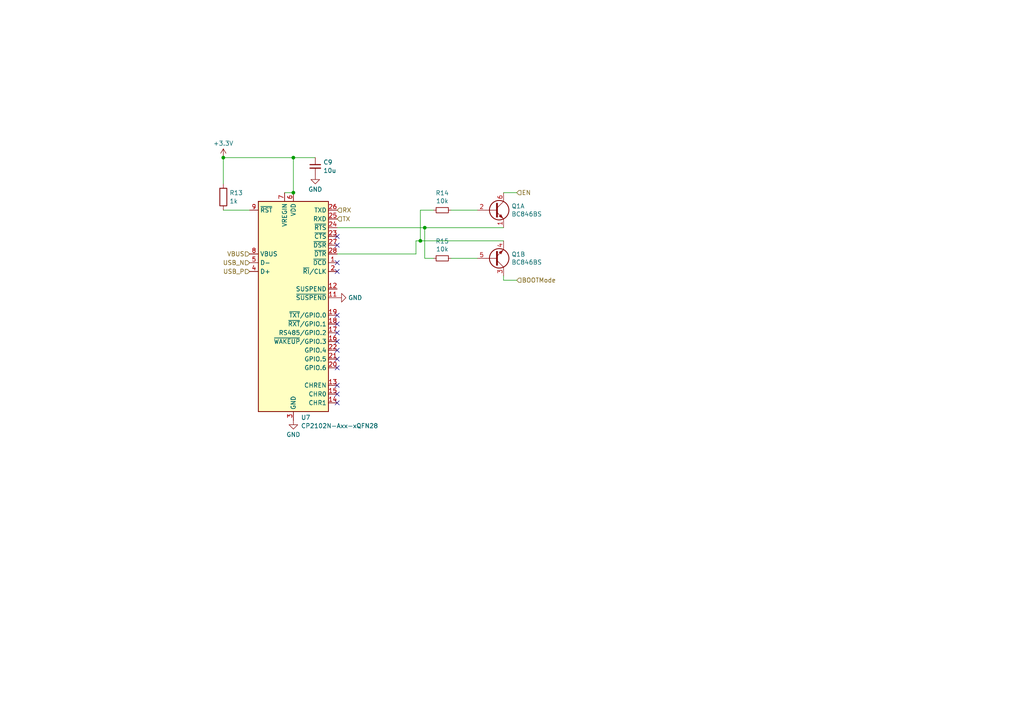
<source format=kicad_sch>
(kicad_sch (version 20250114) (generator "eeschema") (generator_version "9.0")
  (paper "A4")
  (lib_symbols
    (symbol "Device:C_Small" (pin_numbers (hide yes)) (pin_names (offset 0.254) (hide yes))
      (property "Reference" "C" (at 0.254 1.778 0))
      (property "Value" "C_Small" (at 0.254 -2.032 0))
      (symbol "C_Small_0_1"
        (polyline (pts (xy -1.524 0.508) (xy 1.524 0.508)) (stroke (width 0.3048)))
        (polyline (pts (xy -1.524 -0.508) (xy 1.524 -0.508)) (stroke (width 0.3302)))
      )
      (symbol "C_Small_1_1"
        (pin passive line (at 0 2.54 270) (length 2.032) (name "~") (number "1"))
        (pin passive line (at 0 -2.54 90) (length 2.032) (name "~") (number "2"))
      )
    )
    (symbol "Device:R" (pin_numbers (hide yes)) (pin_names (offset 0))
      (property "Reference" "R" (at 2.032 0 90))
      (property "Value" "R" (at 0 0 90))
      (symbol "R_0_1"
        (rectangle (start -1.016 -2.54) (end 1.016 2.54) (stroke (width 0.254)))
      )
      (symbol "R_1_1"
        (pin passive line (at 0 3.81 270) (length 1.27) (name "~") (number "1"))
        (pin passive line (at 0 -3.81 90) (length 1.27) (name "~") (number "2"))
      )
    )
    (symbol "Device:R_Small" (pin_numbers (hide yes)) (pin_names (offset 0.254) (hide yes))
      (property "Reference" "R" (at 0.762 0.508 0))
      (property "Value" "R_Small" (at 0.762 -1.016 0))
      (symbol "R_Small_0_1"
        (rectangle (start -0.762 1.778) (end 0.762 -1.778) (stroke (width 0.2032)))
      )
      (symbol "R_Small_1_1"
        (pin passive line (at 0 2.54 270) (length 0.762) (name "~") (number "1"))
        (pin passive line (at 0 -2.54 90) (length 0.762) (name "~") (number "2"))
      )
    )
    (symbol "Interface_USB:CP2102N-Axx-xQFN28"
      (property "Reference" "U" (at -8.89 31.75 0))
      (property "Value" "CP2102N-Axx-xQFN28" (at 12.7 31.75 0))
      (symbol "CP2102N-Axx-xQFN28_0_1"
        (rectangle (start -10.16 30.48) (end 10.16 -30.48) (stroke (width 0.254)) (fill (type background)))
      )
      (symbol "CP2102N-Axx-xQFN28_1_1"
        (pin input line (at -12.7 27.94 0) (length 2.54) (name "~{RST}") (number "9"))
        (pin input line (at -12.7 15.24 0) (length 2.54) (name "VBUS") (number "8"))
        (pin bidirectional line (at -12.7 12.7 0) (length 2.54) (name "D-") (number "5"))
        (pin bidirectional line (at -12.7 10.16 0) (length 2.54) (name "D+") (number "4"))
        (pin no_connect line (at -10.16 -27.94 0) (length 2.54) (hide yes) (name "NC") (number "10"))
        (pin power_in line (at -2.54 33.02 270) (length 2.54) (name "VREGIN") (number "7"))
        (pin power_in line (at 0 33.02 270) (length 2.54) (name "VDD") (number "6"))
        (pin passive line (at 0 -33.02 90) (length 2.54) (hide yes) (name "GND") (number "29"))
        (pin power_in line (at 0 -33.02 90) (length 2.54) (name "GND") (number "3"))
        (pin output line (at 12.7 27.94 180) (length 2.54) (name "TXD") (number "26"))
        (pin input line (at 12.7 25.4 180) (length 2.54) (name "RXD") (number "25"))
        (pin output line (at 12.7 22.86 180) (length 2.54) (name "~{RTS}") (number "24"))
        (pin input line (at 12.7 20.32 180) (length 2.54) (name "~{CTS}") (number "23"))
        (pin input line (at 12.7 17.78 180) (length 2.54) (name "~{DSR}") (number "27"))
        (pin output line (at 12.7 15.24 180) (length 2.54) (name "~{DTR}") (number "28"))
        (pin input line (at 12.7 12.7 180) (length 2.54) (name "~{DCD}") (number "1"))
        (pin bidirectional line (at 12.7 10.16 180) (length 2.54) (name "~{RI}/CLK") (number "2"))
        (pin output line (at 12.7 5.08 180) (length 2.54) (name "SUSPEND") (number "12"))
        (pin output line (at 12.7 2.54 180) (length 2.54) (name "~{SUSPEND}") (number "11"))
        (pin bidirectional line (at 12.7 -2.54 180) (length 2.54) (name "~{TXT}/GPIO.0") (number "19"))
        (pin bidirectional line (at 12.7 -5.08 180) (length 2.54) (name "~{RXT}/GPIO.1") (number "18"))
        (pin bidirectional line (at 12.7 -7.62 180) (length 2.54) (name "RS485/GPIO.2") (number "17"))
        (pin bidirectional line (at 12.7 -10.16 180) (length 2.54) (name "~{WAKEUP}/GPIO.3") (number "16"))
        (pin bidirectional line (at 12.7 -12.7 180) (length 2.54) (name "GPIO.4") (number "22"))
        (pin bidirectional line (at 12.7 -15.24 180) (length 2.54) (name "GPIO.5") (number "21"))
        (pin bidirectional line (at 12.7 -17.78 180) (length 2.54) (name "GPIO.6") (number "20"))
        (pin output line (at 12.7 -22.86 180) (length 2.54) (name "CHREN") (number "13"))
        (pin output line (at 12.7 -25.4 180) (length 2.54) (name "CHR0") (number "15"))
        (pin output line (at 12.7 -27.94 180) (length 2.54) (name "CHR1") (number "14"))
      )
    )
    (symbol "Transistor_BJT:BC846BS" (pin_names (offset 0) (hide yes))
      (property "Reference" "Q" (at 5.08 1.27 0))
      (property "Value" "BC846BS" (at 5.08 -1.27 0))
      (symbol "BC846BS_0_1"
        (polyline (pts (xy 0.635 1.905) (xy 0.635 -1.905) (xy 0.635 -1.905)) (stroke (width 0.508)))
        (polyline (pts (xy 0.635 0.635) (xy 2.54 2.54)))
        (polyline (pts (xy 0.635 0) (xy -2.54 0)))
        (polyline (pts (xy 0.635 -0.635) (xy 2.54 -2.54) (xy 2.54 -2.54)))
        (circle (center 1.27 0) (radius 2.8194) (stroke (width 0.254)))
        (polyline (pts (xy 1.27 -1.778) (xy 1.778 -1.27) (xy 2.286 -2.286) (xy 1.27 -1.778) (xy 1.27 -1.778)) (fill (type outline)))
      )
      (symbol "BC846BS_1_1"
        (pin input line (at -5.08 0 0) (length 2.54) (name "B1") (number "2"))
        (pin passive line (at 2.54 5.08 270) (length 2.54) (name "C1") (number "6"))
        (pin passive line (at 2.54 -5.08 90) (length 2.54) (name "E1") (number "1"))
      )
      (symbol "BC846BS_2_1"
        (pin input line (at -5.08 0 0) (length 2.54) (name "B2") (number "5"))
        (pin passive line (at 2.54 5.08 270) (length 2.54) (name "C2") (number "3"))
        (pin passive line (at 2.54 -5.08 90) (length 2.54) (name "E2") (number "4"))
      )
    )
    (symbol "power:+3.3V" (power) (pin_numbers (hide yes)) (pin_names (offset 0) (hide yes))
      (property "Value" "+3.3V" (at 0 3.556 0))
      (symbol "+3.3V_0_1"
        (polyline (pts (xy -0.762 1.27) (xy 0 2.54)))
        (polyline (pts (xy 0 2.54) (xy 0.762 1.27)))
        (polyline (pts (xy 0 0) (xy 0 2.54)))
      )
      (symbol "+3.3V_1_1"
        (pin power_in line (at 0 0 90) (length 0) (name "~") (number "1"))
      )
    )
    (symbol "power:GND" (power) (pin_numbers (hide yes)) (pin_names (offset 0) (hide yes))
      (property "Value" "GND" (at 0 -3.81 0))
      (symbol "GND_0_1"
        (polyline (pts (xy 0 0) (xy 0 -1.27) (xy 1.27 -1.27) (xy 0 -2.54) (xy -1.27 -1.27) (xy 0 -1.27)))
      )
      (symbol "GND_1_1"
        (pin power_in line (at 0 0 270) (length 0) (name "~") (number "1"))
      )
    )
  )
  (junction (at 121.92 69.85))
  (junction (at 85.09 45.72))
  (junction (at 64.77 45.72))
  (junction (at 85.09 55.88))
  (junction (at 123.19 66.04))
  (no_connect (at 97.79 106.68))
  (no_connect (at 97.79 71.12))
  (no_connect (at 97.79 91.44))
  (no_connect (at 97.79 99.06))
  (no_connect (at 97.79 101.6))
  (no_connect (at 97.79 78.74))
  (no_connect (at 97.79 116.84))
  (no_connect (at 97.79 93.98))
  (no_connect (at 97.79 96.52))
  (no_connect (at 97.79 68.58))
  (no_connect (at 97.79 111.76))
  (no_connect (at 97.79 114.3))
  (no_connect (at 97.79 76.2))
  (no_connect (at 97.79 104.14))
  (wire (pts (xy 120.65 69.85) (xy 120.65 73.66)))
  (wire (pts (xy 82.55 55.88) (xy 85.09 55.88)))
  (wire (pts (xy 149.86 55.88) (xy 146.05 55.88)))
  (wire (pts (xy 146.05 66.04) (xy 123.19 66.04)))
  (wire (pts (xy 85.09 45.72) (xy 85.09 55.88)))
  (wire (pts (xy 149.86 81.28) (xy 146.05 81.28)))
  (wire (pts (xy 138.43 60.96) (xy 130.81 60.96)))
  (wire (pts (xy 91.44 45.72) (xy 85.09 45.72)))
  (wire (pts (xy 146.05 69.85) (xy 121.92 69.85)))
  (wire (pts (xy 123.19 66.04) (xy 123.19 74.93)))
  (wire (pts (xy 64.77 60.96) (xy 72.39 60.96)))
  (wire (pts (xy 64.77 45.72) (xy 85.09 45.72)))
  (wire (pts (xy 97.79 66.04) (xy 123.19 66.04)))
  (wire (pts (xy 120.65 69.85) (xy 121.92 69.85)))
  (wire (pts (xy 97.79 73.66) (xy 120.65 73.66)))
  (wire (pts (xy 121.92 60.96) (xy 125.73 60.96)))
  (wire (pts (xy 146.05 81.28) (xy 146.05 80.01)))
  (wire (pts (xy 64.77 53.34) (xy 64.77 45.72)))
  (wire (pts (xy 121.92 69.85) (xy 121.92 60.96)))
  (wire (pts (xy 138.43 74.93) (xy 130.81 74.93)))
  (wire (pts (xy 123.19 74.93) (xy 125.73 74.93)))
  (hierarchical_label "BOOTMode" (shape input) (at 149.86 81.28 0))
  (hierarchical_label "EN" (shape input) (at 149.86 55.88 0))
  (hierarchical_label "USB_N" (shape input) (at 72.39 76.2 180))
  (hierarchical_label "USB_P" (shape input) (at 72.39 78.74 180))
  (hierarchical_label "RX" (shape input) (at 97.79 60.96 0))
  (hierarchical_label "TX" (shape input) (at 97.79 63.5 0))
  (hierarchical_label "VBUS" (shape input) (at 72.39 73.66 180))
  (symbol (lib_id "Device:C_Small") (at 91.44 48.26 0) (unit 1)
    (property "Reference" "C9" (at 93.7641 47.0541 0) (effects (justify left)))
    (property "Value" "10u" (at 93.7641 49.4784 0) (effects (justify left)))
    (property "Footprint" "Capacitor_SMD:C_0603_1608Metric" (effects (hide yes)))
    (property "Description" "Unpolarized capacitor, small symbol" (effects (hide yes)))
  )
  (symbol (lib_id "Transistor_BJT:BC846BS") (at 143.51 60.96 0) (unit 1)
    (property "Reference" "Q1" (at 148.336 59.7916 0) (effects (justify left)))
    (property "Value" "BC846BS" (at 148.336 62.103 0) (effects (justify left)))
    (property "Footprint" "Package_TO_SOT_SMD:SOT-363_SC-70-6" (effects (hide yes)))
    (property "Datasheet" "https://assets.nexperia.com/documents/data-sheet/BC846BS.pdf" (effects (hide yes)))
  )
  (symbol (lib_id "power:GND") (at 91.44 50.8 0) (unit 1)
    (property "Reference" "#PWR041" (effects (hide yes)))
    (property "Value" "GND" (at 91.44 54.9331 0))
    (property "Description" "Power symbol creates a global label with name \"GND\" , ground" (effects (hide yes)))
  )
  (symbol (lib_id "power:+3.3V") (at 64.77 45.72 0) (unit 1)
    (property "Reference" "#PWR039" (effects (hide yes)))
    (property "Value" "+3.3V" (at 64.77 41.5869 0))
    (property "Description" "Power symbol creates a global label with name \"+3.3V\"" (effects (hide yes)))
  )
  (symbol (lib_id "Device:R_Small") (at 128.27 60.96 270) (unit 1)
    (property "Reference" "R14" (at 128.27 55.9816 90))
    (property "Value" "10k" (at 128.27 58.293 90))
    (property "Footprint" "Resistor_SMD:R_0603_1608Metric" (effects (hide yes)))
  )
  (symbol (lib_id "Interface_USB:CP2102N-Axx-xQFN28") (at 85.09 88.9 0) (unit 1)
    (property "Reference" "U7" (at 87.2841 121.1001 0) (effects (justify left)))
    (property "Value" "CP2102N-Axx-xQFN28" (at 87.2841 123.5244 0) (effects (justify left)))
    (property "Footprint" "Package_DFN_QFN:QFN-28-1EP_5x5mm_P0.5mm_EP3.35x3.35mm" (effects (hide yes)))
    (property "Datasheet" "https://www.silabs.com/documents/public/data-sheets/cp2102n-datasheet.pdf" (effects (hide yes)))
    (property "Description" "USB to UART master bridge, QFN-28" (effects (hide yes)))
  )
  (symbol (lib_id "Device:R_Small") (at 128.27 74.93 270) (unit 1)
    (property "Reference" "R15" (at 128.27 69.9516 90))
    (property "Value" "10k" (at 128.27 72.263 90))
    (property "Footprint" "Resistor_SMD:R_0603_1608Metric" (effects (hide yes)))
  )
  (symbol (lib_id "power:GND") (at 97.79 86.36 90) (unit 1)
    (property "Reference" "#PWR042" (effects (hide yes)))
    (property "Value" "GND" (at 100.965 86.36 90) (effects (justify right)))
    (property "Description" "Power symbol creates a global label with name \"GND\" , ground" (effects (hide yes)))
  )
  (symbol (lib_id "power:GND") (at 85.09 121.92 0) (unit 1)
    (property "Reference" "#PWR040" (effects (hide yes)))
    (property "Value" "GND" (at 85.09 126.0531 0))
    (property "Description" "Power symbol creates a global label with name \"GND\" , ground" (effects (hide yes)))
  )
  (symbol (lib_id "Transistor_BJT:BC846BS") (at 143.51 74.93 0) (mirror x) (unit 2)
    (property "Reference" "Q1" (at 148.336 73.7616 0) (effects (justify left)))
    (property "Value" "BC846BS" (at 148.336 76.073 0) (effects (justify left)))
    (property "Footprint" "Package_TO_SOT_SMD:SOT-363_SC-70-6" (effects (hide yes)))
    (property "Datasheet" "https://assets.nexperia.com/documents/data-sheet/BC846BS.pdf" (effects (hide yes)))
  )
  (symbol (lib_id "Device:R") (at 64.77 57.15 0) (unit 1)
    (property "Reference" "R13" (at 66.548 55.9378 0) (effects (justify left)))
    (property "Value" "1k" (at 66.548 58.3621 0) (effects (justify left)))
    (property "Footprint" "Resistor_SMD:R_0603_1608Metric" (effects (hide yes)))
    (property "LINK" "https://www.digikey.com/en/products/detail/vishay-dale/CRCW08054K70FKEAC/7928553" (effects (hide yes)))
  )
)
</source>
